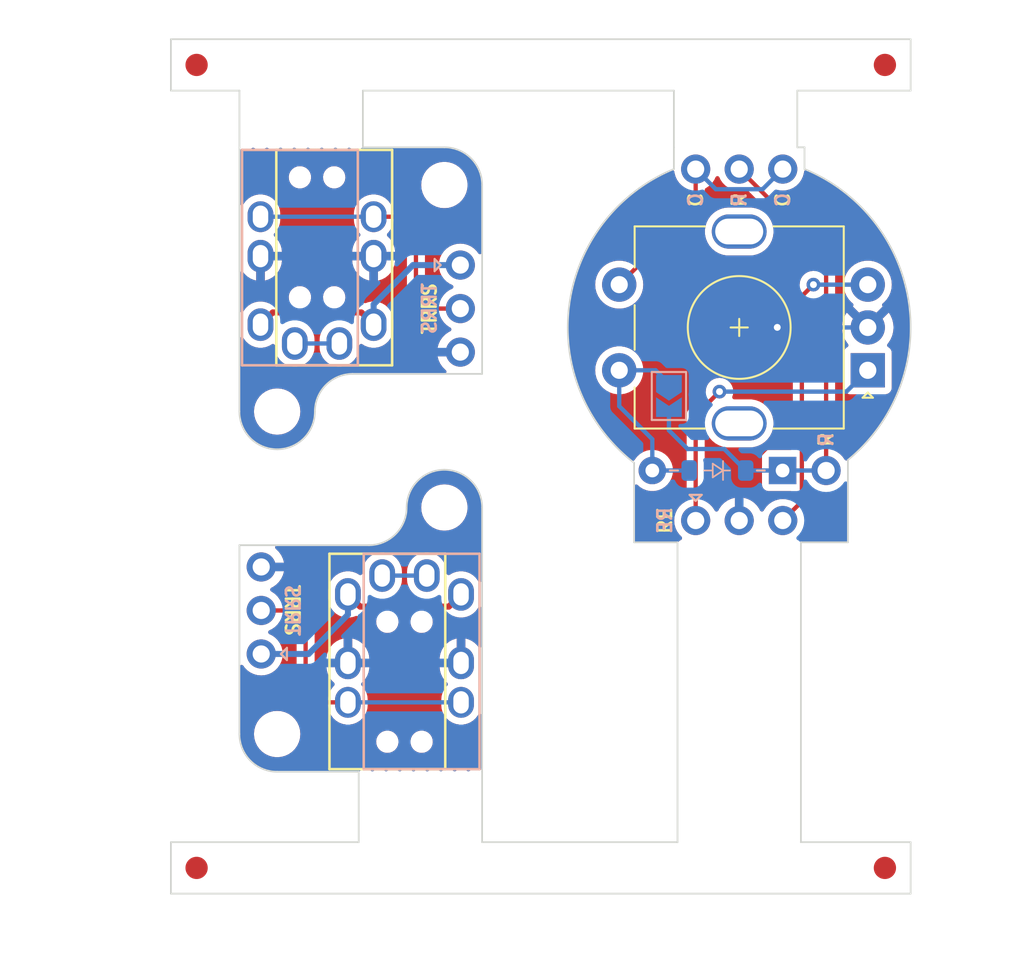
<source format=kicad_pcb>
(kicad_pcb (version 20221018) (generator pcbnew)
  (layers (0 "F.Cu" signal) (31 "B.Cu" signal) (34 "B.Paste" user) (35 "F.Paste" user) (36 "B.SilkS" user "B.Silkscreen") (37 "F.SilkS" user "F.Silkscreen") (38 "B.Mask" user) (39 "F.Mask" user) (44 "Edge.Cuts" user))
  (net 0 "")
  (net 1 "5V1")
  (net 2 "LTRRS")
  (net 3 "GND")
  (net 4 "unconnected-(T1-S{slash}No-Pad4)")
  (net 5 "row_re")
  (net 6 "Net-(RE1-SW)")
  (net 7 "LA11")
  (net 8 "LB11")
  (net 9 "col_re")
  (footprint "DreaM117er-keebLibrary:RotaryEncoder_EC11" (layer "F.Cu") (at 178.956 50.234 180)
    (fp_text reference "RE1")
    (fp_text value "1")
    (fp_line (start -7.8 -4.1) (end -7.2 -4.1) (stroke (width 0.12)) (layer "F.SilkS"))
    (fp_line (start -7.5 -3.8) (end -7.8 -4.1) (stroke (width 0.12)) (layer "F.SilkS"))
    (fp_line (start -7.2 -4.1) (end -7.5 -3.8) (stroke (width 0.12)) (layer "F.SilkS"))
    (fp_line (start -6.1 -5.9) (end -6.1 5.9) (stroke (width 0.12)) (layer "F.SilkS"))
    (fp_line (start -2 -5.9) (end -6.1 -5.9) (stroke (width 0.12)) (layer "F.SilkS"))
    (fp_line (start -2 5.9) (end -6.1 5.9) (stroke (width 0.12)) (layer "F.SilkS"))
    (fp_line (start -0.5 0) (end 0.5 0) (stroke (width 0.12)) (layer "F.SilkS"))
    (fp_line (start 0 -0.5) (end 0 0.5) (stroke (width 0.12)) (layer "F.SilkS"))
    (fp_line (start 2 -5.9) (end 6.1 -5.9) (stroke (width 0.12)) (layer "F.SilkS"))
    (fp_line (start 6.1 -5.9) (end 6.1 -3.5) (stroke (width 0.12)) (layer "F.SilkS"))
    (fp_line (start 6.1 -1.3) (end 6.1 1.3) (stroke (width 0.12)) (layer "F.SilkS"))
    (fp_line (start 6.1 3.5) (end 6.1 5.9) (stroke (width 0.12)) (layer "F.SilkS"))
    (fp_line (start 6.1 5.9) (end 2 5.9) (stroke (width 0.12)) (layer "F.SilkS"))
    (fp_circle (center 0 0) (end 3 0) (stroke (width 0.12)) (fill none) (layer "F.SilkS"))
    (pad "" np_thru_hole oval (at 0 -5.6 180) (size 3.2 2) (drill oval 2.8 1.5) (layers "F&B.Cu" "*.Mask"))
    (pad "" np_thru_hole oval (at 0 5.6 180) (size 3.2 2) (drill oval 2.8 1.5) (layers "F&B.Cu" "*.Mask"))
    (pad "A" thru_hole rect (at -7.5 -2.5 180) (size 2 2) (drill 1) (layers "*.Cu" "*.Mask") (net 7 "LA11"))
    (pad "B" thru_hole circle (at -7.5 2.5 180) (size 2 2) (drill 1) (layers "*.Cu" "*.Mask") (net 8 "LB11"))
    (pad "C" thru_hole circle (at -7.5 0 180) (size 2 2) (drill 1) (layers "*.Cu" "*.Mask") (net 3 "GND"))
    (pad "S1" thru_hole circle (at 7 2.5 180) (size 2 2) (drill 1) (layers "*.Cu" "*.Mask") (net 9 "col_re"))
    (pad "S2" thru_hole circle (at 7 -2.5 180) (size 2 2) (drill 1) (layers "*.Cu" "*.Mask") (net 6 "Net-(RE1-SW)"))
  )
  (footprint "DreaM117er-keebLibrary:TRRS-PJ-320A, dual side x2" (layer "F.Cu") (at 159.428 76.016 180)
    (fp_text reference "T1" hide)
    (fp_text value "AudioJack4" hide)
    (fp_line (start -4.3782 0) (end -4.3782 12.573) (stroke (width 0.15)) (layer "B.SilkS"))
    (fp_line (start -4.3782 12.573) (end 2.3782 12.573) (stroke (width 0.15)) (layer "B.SilkS"))
    (fp_line (start 2.3782 0) (end -4.3782 0) (stroke (width 0.15)) (layer "B.SilkS"))
    (fp_line (start 2.3782 0) (end 2.3782 12.573) (stroke (width 0.15)) (layer "B.SilkS"))
    (fp_line (start -2.3782 0) (end -2.3782 12.573) (stroke (width 0.15)) (layer "F.SilkS"))
    (fp_line (start -2.3782 0) (end 4.3782 0) (stroke (width 0.15)) (layer "F.SilkS"))
    (fp_line (start 4.3782 0) (end 4.3782 12.573) (stroke (width 0.15)) (layer "F.SilkS"))
    (fp_line (start 4.3782 12.573) (end -2.3782 12.573) (stroke (width 0.15)) (layer "F.SilkS"))
    (pad "" np_thru_hole circle (at -1 1.6 180) (size 0.8 0.8) (drill 0.8) (layers "F&B.Cu" "*.Mask"))
    (pad "" np_thru_hole circle (at -1 8.6 180) (size 0.8 0.8) (drill 0.8) (layers "F&B.Cu" "*.Mask"))
    (pad "" np_thru_hole circle (at 1 1.6 180) (size 0.8 0.8) (drill 0.8) (layers "F&B.Cu" "*.Mask"))
    (pad "" np_thru_hole circle (at 1 8.6 180) (size 0.8 0.8) (drill 0.8) (layers "F&B.Cu" "*.Mask"))
    (pad "1" thru_hole oval (at -3.3 10.2 180) (size 1.5 1.9) (drill oval 0.9 1.3) (layers "*.Cu" "*.Mask") (net 1 "5V1"))
    (pad "1" thru_hole oval (at 3.3 10.2 180) (size 1.5 1.9) (drill oval 0.9 1.3) (layers "*.Cu" "*.Mask") (net 1 "5V1"))
    (pad "2" thru_hole oval (at -3.3 3.9 180) (size 1.5 1.8) (drill oval 0.9 1.3) (layers "*.Cu" "*.Mask") (net 2 "LTRRS"))
    (pad "2" thru_hole oval (at 3.3 3.9 180) (size 1.5 1.8) (drill oval 0.9 1.3) (layers "*.Cu" "*.Mask") (net 2 "LTRRS"))
    (pad "3" thru_hole oval (at -3.3 6.2 180) (size 1.5 1.9) (drill oval 0.9 1.3) (layers "*.Cu" "*.Mask") (net 3 "GND"))
    (pad "3" thru_hole oval (at 3.3 6.2 180) (size 1.5 1.9) (drill oval 0.9 1.3) (layers "*.Cu" "*.Mask") (net 3 "GND"))
    (pad "4" thru_hole oval (at -1.3 11.3 180) (size 1.5 1.9) (drill oval 0.9 1.3) (layers "*.Cu" "*.Mask") (net 4 "unconnected-(T1-S{slash}No-Pad4)"))
    (pad "4" thru_hole oval (at 1.3 11.3 180) (size 1.5 1.9) (drill oval 0.9 1.3) (layers "*.Cu" "*.Mask") (net 4 "unconnected-(T1-S{slash}No-Pad4)"))
  )
  (footprint "DreaM117er-keebLibrary:TRRS-PJ-320A, dual side x2" (layer "F.Cu") (at 154.328 39.87)
    (fp_text reference "T1" hide)
    (fp_text value "AudioJack4" hide)
    (fp_line (start -4.3782 0) (end -4.3782 12.573) (stroke (width 0.15)) (layer "B.SilkS"))
    (fp_line (start -4.3782 12.573) (end 2.3782 12.573) (stroke (width 0.15)) (layer "B.SilkS"))
    (fp_line (start 2.3782 0) (end -4.3782 0) (stroke (width 0.15)) (layer "B.SilkS"))
    (fp_line (start 2.3782 0) (end 2.3782 12.573) (stroke (width 0.15)) (layer "B.SilkS"))
    (fp_line (start -2.3782 0) (end -2.3782 12.573) (stroke (width 0.15)) (layer "F.SilkS"))
    (fp_line (start -2.3782 0) (end 4.3782 0) (stroke (width 0.15)) (layer "F.SilkS"))
    (fp_line (start 4.3782 0) (end 4.3782 12.573) (stroke (width 0.15)) (layer "F.SilkS"))
    (fp_line (start 4.3782 12.573) (end -2.3782 12.573) (stroke (width 0.15)) (layer "F.SilkS"))
    (pad "" np_thru_hole circle (at -1 1.6) (size 0.8 0.8) (drill 0.8) (layers "F&B.Cu" "*.Mask"))
    (pad "" np_thru_hole circle (at -1 8.6) (size 0.8 0.8) (drill 0.8) (layers "F&B.Cu" "*.Mask"))
    (pad "" np_thru_hole circle (at 1 1.6) (size 0.8 0.8) (drill 0.8) (layers "F&B.Cu" "*.Mask"))
    (pad "" np_thru_hole circle (at 1 8.6) (size 0.8 0.8) (drill 0.8) (layers "F&B.Cu" "*.Mask"))
    (pad "1" thru_hole oval (at -3.3 10.2) (size 1.5 1.9) (drill oval 0.9 1.3) (layers "*.Cu" "*.Mask") (net 1 "5V1"))
    (pad "1" thru_hole oval (at 3.3 10.2) (size 1.5 1.9) (drill oval 0.9 1.3) (layers "*.Cu" "*.Mask") (net 1 "5V1"))
    (pad "2" thru_hole oval (at -3.3 3.9) (size 1.5 1.8) (drill oval 0.9 1.3) (layers "*.Cu" "*.Mask") (net 2 "LTRRS"))
    (pad "2" thru_hole oval (at 3.3 3.9) (size 1.5 1.8) (drill oval 0.9 1.3) (layers "*.Cu" "*.Mask") (net 2 "LTRRS"))
    (pad "3" thru_hole oval (at -3.3 6.2) (size 1.5 1.9) (drill oval 0.9 1.3) (layers "*.Cu" "*.Mask") (net 3 "GND"))
    (pad "3" thru_hole oval (at 3.3 6.2) (size 1.5 1.9) (drill oval 0.9 1.3) (layers "*.Cu" "*.Mask") (net 3 "GND"))
    (pad "4" thru_hole oval (at -1.3 11.3) (size 1.5 1.9) (drill oval 0.9 1.3) (layers "*.Cu" "*.Mask") (net 4 "unconnected-(T1-S{slash}No-Pad4)"))
    (pad "4" thru_hole oval (at 1.3 11.3) (size 1.5 1.9) (drill oval 0.9 1.3) (layers "*.Cu" "*.Mask") (net 4 "unconnected-(T1-S{slash}No-Pad4)"))
  )
  (footprint "DreaM117er-keebLibrary:PinHeader_1x03_P2.54mm_Vertical" (layer "F.Cu") (at 176.416 40.99 90)
    (fp_text reference "J12" hide)
    (fp_text value "col" hide)
    (fp_text user "C" (at -1.8 0 90 unlocked) (layer "B.SilkS") (effects (font (size 0.8 0.8)) (justify mirror)))
    (fp_text user "R" (at -1.8 2.54 90 unlocked) (layer "B.SilkS") (effects (font (size 0.8 0.8)) (justify mirror)))
    (fp_text user "C" (at -1.8 5.08 90 unlocked) (layer "B.SilkS") (effects (font (size 0.8 0.8)) (justify mirror)))
    (fp_text user "C" (at -1.8 5.08 90 unlocked) (layer "F.SilkS") (effects (font (size 0.8 0.8))))
    (fp_text user "R" (at -1.8 2.54 90 unlocked) (layer "F.SilkS") (effects (font (size 0.8 0.8))))
    (fp_text user "C" (at -1.8 0 90 unlocked) (layer "F.SilkS") (effects (font (size 0.8 0.8))))
    (pad "1" thru_hole circle (at 0 0 90) (size 1.7 1.7) (drill 1) (layers "*.Cu" "*.Mask") (net 9 "col_re"))
    (pad "2" thru_hole oval (at 0 2.54 90) (size 1.7 1.7) (drill 1) (layers "*.Cu" "*.Mask") (net 5 "row_re"))
    (pad "3" thru_hole oval (at 0 5.08 90) (size 1.7 1.7) (drill 1) (layers "*.Cu" "*.Mask") (net 9 "col_re"))
  )
  (footprint "Marby_kbd_footprint-main:Breakaway_Tabs" (layer "F.Cu") (at 178.956 63.274)
    (fp_text reference "H7" hide)
    (fp_text value "edge" hide)
    (pad "" np_thru_hole circle (at -3.2 -0.2 180) (size 0.45 0.45) (drill 0.45) (layers "*.Cu" "*.Mask"))
    (pad "" np_thru_hole circle (at -2.4 -0.2 180) (size 0.45 0.45) (drill 0.45) (layers "*.Cu" "*.Mask"))
    (pad "" np_thru_hole circle (at -1.6 -0.2 180) (size 0.45 0.45) (drill 0.45) (layers "*.Cu" "*.Mask"))
    (pad "" np_thru_hole circle (at -0.8 -0.2 180) (size 0.45 0.45) (drill 0.45) (layers "*.Cu" "*.Mask"))
    (pad "" np_thru_hole circle (at 0 -0.2 180) (size 0.45 0.45) (drill 0.45) (layers "F&B.Cu" "*.Mask"))
    (pad "" np_thru_hole circle (at 0.8 -0.2 180) (size 0.45 0.45) (drill 0.45) (layers "F&B.Cu" "*.Mask"))
    (pad "" np_thru_hole circle (at 1.6 -0.2 180) (size 0.45 0.45) (drill 0.45) (layers "*.Cu" "*.Mask"))
    (pad "" np_thru_hole circle (at 2.4 -0.2 180) (size 0.45 0.45) (drill 0.45) (layers "*.Cu" "*.Mask"))
    (pad "" np_thru_hole circle (at 3.2 -0.2 180) (size 0.45 0.45) (drill 0.45) (layers "*.Cu" "*.Mask"))
  )
  (footprint "MountingHole:MountingHole_2.2mm_M2" (layer "F.Cu") (at 152 55.143)
    (fp_text reference "H1" hide)
    (fp_text value "M2")
    (pad "" np_thru_hole circle (at 0 0) (size 2.2 2.2) (drill 2.2) (layers "*.Cu" "*.Mask"))
  )
  (footprint "Marby_kbd_footprint-main:tooling_hole" (layer "F.Cu") (at 147.3 34.91)
    (fp_text reference "H10" hide)
    (fp_text value "tooling hole")
    (pad "" smd circle (at 0 0) (size 1.3 1.3) (layers "F.Cu" "F.Mask") (clearance 0.1))
  )
  (footprint "DreaM117er-keebLibrary:PinHeader_1x03_P2.54mm_Vertical" (layer "F.Cu") (at 151.07 69.293 180)
    (fp_text reference "J1" hide)
    (fp_text value "LTRRS" hide)
    (fp_text user "TRRS" (at -1.8 2.54 270 unlocked) (layer "B.SilkS") (effects (font (size 0.8 0.8)) (justify mirror)))
    (fp_text user "TRRS" (at -1.8 2.54 270 unlocked) (layer "F.SilkS") (effects (font (size 0.8 0.8))))
    (fp_line (start -1.5 -0.35) (end -1.15 0) (stroke (width 0.12)) (layer "B.SilkS"))
    (fp_line (start -1.5 0.35) (end -1.5 -0.35) (stroke (width 0.12)) (layer "B.SilkS"))
    (fp_line (start -1.5 0.35) (end -1.15 0) (stroke (width 0.12)) (layer "B.SilkS"))
    (fp_line (start -1.5 -0.35) (end -1.5 0.35) (stroke (width 0.12)) (layer "F.SilkS"))
    (fp_line (start -1.5 -0.35) (end -1.15 0) (stroke (width 0.12)) (layer "F.SilkS"))
    (fp_line (start -1.5 0.35) (end -1.15 0) (stroke (width 0.12)) (layer "F.SilkS"))
    (pad "1" thru_hole circle (at 0 0 180) (size 1.7 1.7) (drill 1) (layers "*.Cu" "*.Mask") (net 1 "5V1"))
    (pad "2" thru_hole oval (at 0 2.54 180) (size 1.7 1.7) (drill 1) (layers "*.Cu" "*.Mask") (net 2 "LTRRS"))
    (pad "3" thru_hole oval (at 0 5.08 180) (size 1.7 1.7) (drill 1) (layers "*.Cu" "*.Mask") (net 3 "GND"))
  )
  (footprint "Marby_kbd_footprint-main:Breakaway_Tabs" (layer "F.Cu") (at 153.4 39.62)
    (fp_text reference "H8" hide)
    (fp_text value "edge" hide)
    (pad "" np_thru_hole circle (at -3.2 -0.2 180) (size 0.45 0.45) (drill 0.45) (layers "*.Cu" "*.Mask"))
    (pad "" np_thru_hole circle (at -2.4 -0.2 180) (size 0.45 0.45) (drill 0.45) (layers "*.Cu" "*.Mask"))
    (pad "" np_thru_hole circle (at -1.6 -0.2 180) (size 0.45 0.45) (drill 0.45) (layers "*.Cu" "*.Mask"))
    (pad "" np_thru_hole circle (at -0.8 -0.2 180) (size 0.45 0.45) (drill 0.45) (layers "*.Cu" "*.Mask"))
    (pad "" np_thru_hole circle (at 0 -0.2 180) (size 0.45 0.45) (drill 0.45) (layers "F&B.Cu" "*.Mask"))
    (pad "" np_thru_hole circle (at 0.8 -0.2 180) (size 0.45 0.45) (drill 0.45) (layers "F&B.Cu" "*.Mask"))
    (pad "" np_thru_hole circle (at 1.6 -0.2 180) (size 0.45 0.45) (drill 0.45) (layers "*.Cu" "*.Mask"))
    (pad "" np_thru_hole circle (at 2.4 -0.2 180) (size 0.45 0.45) (drill 0.45) (layers "*.Cu" "*.Mask"))
    (pad "" np_thru_hole circle (at 3.2 -0.2 180) (size 0.45 0.45) (drill 0.45) (layers "*.Cu" "*.Mask"))
  )
  (footprint "Marby_kbd_footprint-main:tooling_hole" (layer "F.Cu") (at 187.4564 81.78)
    (fp_text reference "H13" hide)
    (fp_text value "tooling hole")
    (pad "" smd circle (at 0 0) (size 1.3 1.3) (layers "F.Cu" "F.Mask") (clearance 0.1))
  )
  (footprint "DreaM117er-keebLibrary:PinHeader_1x01_P2.54mm_Vertical" (layer "F.Cu") (at 184.026 58.584 90)
    (fp_text reference "J10" hide)
    (fp_text value "row" hide)
    (fp_text user "R" (at 1.8 0 90 unlocked) (layer "B.SilkS") (effects (font (size 0.8 0.8)) (justify mirror)))
    (fp_text user "R" (at 1.8 0 90 unlocked) (layer "F.SilkS") (effects (font (size 0.8 0.8))))
    (pad "1" thru_hole circle (at 0 0 90) (size 1.7 1.7) (drill 1) (layers "*.Cu" "*.Mask") (net 5 "row_re"))
  )
  (footprint "MountingHole:MountingHole_2.2mm_M2" (layer "F.Cu") (at 152 73.966 180)
    (fp_text reference "H2" hide)
    (fp_text value "M2")
    (pad "" np_thru_hole circle (at 0 0 180) (size 2.2 2.2) (drill 2.2) (layers "F&B.Cu" "*.Mask"))
  )
  (footprint "Marby_kbd_footprint-main:tooling_hole" (layer "F.Cu") (at 187.4564 34.91)
    (fp_text reference "H15" hide)
    (fp_text value "tooling hole")
    (pad "" smd circle (at 0 0) (size 1.3 1.3) (layers "F.Cu" "F.Mask") (clearance 0.1))
  )
  (footprint "DreaM117er-keebLibrary:PinHeader_1x03_P2.54mm_Vertical" (layer "F.Cu") (at 162.686 46.593)
    (fp_text reference "J1" hide)
    (fp_text value "LTRRS" hide)
    (fp_text user "TRRS" (at -1.8 2.54 90 unlocked) (layer "B.SilkS") (effects (font (size 0.8 0.8)) (justify mirror)))
    (fp_text user "TRRS" (at -1.8 2.54 90 unlocked) (layer "F.SilkS") (effects (font (size 0.8 0.8))))
    (fp_line (start -1.5 -0.35) (end -1.15 0) (stroke (width 0.12)) (layer "B.SilkS"))
    (fp_line (start -1.5 0.35) (end -1.5 -0.35) (stroke (width 0.12)) (layer "B.SilkS"))
    (fp_line (start -1.5 0.35) (end -1.15 0) (stroke (width 0.12)) (layer "B.SilkS"))
    (fp_line (start -1.5 -0.35) (end -1.5 0.35) (stroke (width 0.12)) (layer "F.SilkS"))
    (fp_line (start -1.5 -0.35) (end -1.15 0) (stroke (width 0.12)) (layer "F.SilkS"))
    (fp_line (start -1.5 0.35) (end -1.15 0) (stroke (width 0.12)) (layer "F.SilkS"))
    (pad "1" thru_hole circle (at 0 0) (size 1.7 1.7) (drill 1) (layers "*.Cu" "*.Mask") (net 1 "5V1"))
    (pad "2" thru_hole oval (at 0 2.54) (size 1.7 1.7) (drill 1) (layers "*.Cu" "*.Mask") (net 2 "LTRRS"))
    (pad "3" thru_hole oval (at 0 5.08) (size 1.7 1.7) (drill 1) (layers "*.Cu" "*.Mask") (net 3 "GND"))
  )
  (footprint "MountingHole:MountingHole_2.2mm_M2" (layer "F.Cu") (at 161.756 41.92)
    (fp_text reference "H2" hide)
    (fp_text value "M2")
    (pad "" np_thru_hole circle (at 0 0) (size 2.2 2.2) (drill 2.2) (layers "*.Cu" "*.Mask"))
  )
  (footprint "Marby_kbd_footprint-main:Breakaway_Tabs" (layer "F.Cu") (at 178.746 39.62)
    (fp_text reference "H9" hide)
    (fp_text value "edge" hide)
    (pad "" np_thru_hole circle (at -3.2 -0.2 180) (size 0.45 0.45) (drill 0.45) (layers "*.Cu" "*.Mask"))
    (pad "" np_thru_hole circle (at -2.4 -0.2 180) (size 0.45 0.45) (drill 0.45) (layers "*.Cu" "*.Mask"))
    (pad "" np_thru_hole circle (at -1.6 -0.2 180) (size 0.45 0.45) (drill 0.45) (layers "*.Cu" "*.Mask"))
    (pad "" np_thru_hole circle (at -0.8 -0.2 180) (size 0.45 0.45) (drill 0.45) (layers "*.Cu" "*.Mask"))
    (pad "" np_thru_hole circle (at 0 -0.2 180) (size 0.45 0.45) (drill 0.45) (layers "F&B.Cu" "*.Mask"))
    (pad "" np_thru_hole circle (at 0.8 -0.2 180) (size 0.45 0.45) (drill 0.45) (layers "F&B.Cu" "*.Mask"))
    (pad "" np_thru_hole circle (at 1.6 -0.2 180) (size 0.45 0.45) (drill 0.45) (layers "*.Cu" "*.Mask"))
    (pad "" np_thru_hole circle (at 2.4 -0.2 180) (size 0.45 0.45) (drill 0.45) (layers "*.Cu" "*.Mask"))
    (pad "" np_thru_hole circle (at 3.2 -0.2 180) (size 0.45 0.45) (drill 0.45) (layers "*.Cu" "*.Mask"))
  )
  (footprint "MountingHole:MountingHole_2.2mm_M2" (layer "F.Cu") (at 161.756 60.743 180)
    (fp_text reference "H1" hide)
    (fp_text value "M2")
    (pad "" np_thru_hole circle (at 0 0 180) (size 2.2 2.2) (drill 2.2) (layers "F&B.Cu" "*.Mask"))
  )
  (footprint "Marby_kbd_footprint-main:Breakaway_Tabs" (layer "F.Cu") (at 160.356 76.266 180)
    (fp_text reference "H3" hide)
    (fp_text value "edge" hide)
    (pad "" np_thru_hole circle (at -3.2 -0.2) (size 0.45 0.45) (drill 0.45) (layers "*.Cu" "*.Mask"))
    (pad "" np_thru_hole circle (at -2.4 -0.2) (size 0.45 0.45) (drill 0.45) (layers "*.Cu" "*.Mask"))
    (pad "" np_thru_hole circle (at -1.6 -0.2) (size 0.45 0.45) (drill 0.45) (layers "*.Cu" "*.Mask"))
    (pad "" np_thru_hole circle (at -0.8 -0.2) (size 0.45 0.45) (drill 0.45) (layers "*.Cu" "*.Mask"))
    (pad "" np_thru_hole circle (at 0 -0.2) (size 0.45 0.45) (drill 0.45) (layers "F&B.Cu" "*.Mask"))
    (pad "" np_thru_hole circle (at 0.8 -0.2) (size 0.45 0.45) (drill 0.45) (layers "F&B.Cu" "*.Mask"))
    (pad "" np_thru_hole circle (at 1.6 -0.2) (size 0.45 0.45) (drill 0.45) (layers "*.Cu" "*.Mask"))
    (pad "" np_thru_hole circle (at 2.4 -0.2) (size 0.45 0.45) (drill 0.45) (layers "*.Cu" "*.Mask"))
    (pad "" np_thru_hole circle (at 3.2 -0.2) (size 0.45 0.45) (drill 0.45) (layers "*.Cu" "*.Mask"))
  )
  (footprint "Marby_kbd_footprint-main:tooling_hole" (layer "F.Cu") (at 147.3 81.78)
    (fp_text reference "H14" hide)
    (fp_text value "tooling hole")
    (pad "" smd circle (at 0 0) (size 1.3 1.3) (layers "F.Cu" "F.Mask") (clearance 0.1))
  )
  (footprint "DreaM117er-keebLibrary:D_DO-35_SOD27_P7.62mm_Horizontal" (layer "B.Cu") (at 177.686 58.584 180)
    (fp_text reference "D1" hide)
    (fp_text value "1N4148_TS" hide)
    (fp_line (start -2.76 0) (end -2.3 0) (stroke (width 0.12)) (layer "B.SilkS"))
    (fp_line (start -0.7256 0) (end -0.3256 0) (stroke (width 0.1)) (layer "B.SilkS"))
    (fp_line (start -0.3256 0) (end -0.3256 -0.55) (stroke (width 0.1)) (layer "B.SilkS"))
    (fp_line (start -0.3256 0) (end -0.3256 0.55) (stroke (width 0.1)) (layer "B.SilkS"))
    (fp_line (start -0.3256 0) (end 0.2744 0.4) (stroke (width 0.1)) (layer "B.SilkS"))
    (fp_line (start 0.2744 -0.4) (end -0.3256 0) (stroke (width 0.1)) (layer "B.SilkS"))
    (fp_line (start 0.2744 0) (end 0.7744 0) (stroke (width 0.1)) (layer "B.SilkS"))
    (fp_line (start 0.2744 0.4) (end 0.2744 -0.4) (stroke (width 0.1)) (layer "B.SilkS"))
    (fp_line (start 2.78 0) (end 2.3 0) (stroke (width 0.12)) (layer "B.SilkS"))
    (pad "1" thru_hole rect (at -3.8 0 180) (size 1.6 1.6) (drill 0.8) (layers "*.Cu" "*.Mask") (net 5 "row_re"))
    (pad "1" smd roundrect (at -1.65 0 180) (size 0.9 1.2) (layers "B.Cu" "B.Paste" "B.Mask") (net 5 "row_re"))
    (pad "2" smd roundrect (at 1.65 0 180) (size 0.9 1.2) (layers "B.Cu" "B.Paste" "B.Mask") (net 6 "Net-(RE1-SW)"))
    (pad "2" thru_hole oval (at 3.8 0 180) (size 1.6 1.6) (drill 0.8) (layers "*.Cu" "*.Mask") (net 6 "Net-(RE1-SW)"))
  )
  (footprint "DreaM117er-keebLibrary:PinHeader_1x03_P2.54mm_Vertical" (layer "B.Cu") (at 176.416 61.504 -90)
    (fp_text reference "J11" hide)
    (fp_text value "EC-11" hide)
    (fp_text user "RE" (at 0 1.8 90 unlocked) (layer "B.SilkS") (effects (font (size 0.8 0.8)) (justify mirror)))
    (fp_text user "RE" (at 0 1.8 90 unlocked) (layer "F.SilkS") (effects (font (size 0.8 0.8))))
    (fp_line (start -1.5 -0.35) (end -1.15 0) (stroke (width 0.12)) (layer "B.SilkS"))
    (fp_line (start -1.5 0.35) (end -1.5 -0.35) (stroke (width 0.12)) (layer "B.SilkS"))
    (fp_line (start -1.5 0.35) (end -1.15 0) (stroke (width 0.12)) (layer "B.SilkS"))
    (fp_line (start -1.5 -0.35) (end -1.5 0.35) (stroke (width 0.12)) (layer "F.SilkS"))
    (fp_line (start -1.5 -0.35) (end -1.15 0) (stroke (width 0.12)) (layer "F.SilkS"))
    (fp_line (start -1.5 0.35) (end -1.15 0) (stroke (width 0.12)) (layer "F.SilkS"))
    (pad "1" thru_hole circle (at 0 0 270) (size 1.7 1.7) (drill 1) (layers "*.Cu" "*.Mask") (net 7 "LA11"))
    (pad "2" thru_hole oval (at 0 -2.54 270) (size 1.7 1.7) (drill 1) (layers "*.Cu" "*.Mask") (net 3 "GND"))
    (pad "3" thru_hole oval (at 0 -5.08 270) (size 1.7 1.7) (drill 1) (layers "*.Cu" "*.Mask") (net 8 "LB11"))
  )
  (footprint "Jumper:SolderJumper-2_P1.3mm_Open_TrianglePad1.0x1.5mm" (layer "B.Cu") (at 174.856 54.234 -90)
    (fp_text reference "JP1" hide)
    (fp_text value "JUMPER")
    (fp_line (start -1.4 -1) (end -1.4 1) (stroke (width 0.12)) (layer "B.SilkS"))
    (fp_line (start -1.4 1) (end 1.4 1) (stroke (width 0.12)) (layer "B.SilkS"))
    (fp_line (start 1.4 -1) (end -1.4 -1) (stroke (width 0.12)) (layer "B.SilkS"))
    (fp_line (start 1.4 1) (end 1.4 -1) (stroke (width 0.12)) (layer "B.SilkS"))
    (pad "1" smd custom (at -0.725 0 270) (size 0.3 0.3) (layers "B.Cu" "B.Mask") (net 6 "Net-(RE1-SW)") (options (clearance outline) (anchor rect)) (primitives (gr_poly (pts (xy 1 0) (xy 0.5 -0.75) (xy -0.5 -0.75) (xy -0.5 0.75) (xy 0.5 0.75)) (width 0) (fill yes))))
    (pad "2" smd custom (at 0.725 0 270) (size 0.3 0.3) (layers "B.Cu" "B.Mask") (net 5 "row_re") (options (clearance outline) (anchor rect)) (primitives (gr_poly (pts (xy 0.5 -0.75) (xy -0.65 -0.75) (xy -0.15 0) (xy -0.65 0.75) (xy 0.5 0.75)) (width 0) (fill yes))))
  )
  (gr_arc (start 154.2 55.143) (mid 153.555635 56.698635) (end 152 57.343) (stroke (width 0.1)) (layer "Edge.Cuts"))
  (gr_arc (start 159.556 60.743) (mid 158.911635 62.298635) (end 157.356 62.943) (stroke (width 0.1)) (layer "Edge.Cuts"))
  (gr_line (start 145.8 33.41) (end 145.8 36.41) (stroke (width 0.1)) (layer "Edge.Cuts"))
  (gr_line (start 145.8 36.41) (end 149.8 36.41) (stroke (width 0.1)) (layer "Edge.Cuts"))
  (gr_line (start 157.356 62.943) (end 149.8 62.943) (stroke (width 0.1)) (layer "Edge.Cuts"))
  (gr_line (start 182.346 36.41) (end 182.346 39.72) (stroke (width 0.1)) (layer "Edge.Cuts"))
  (gr_line (start 175.356 80.28) (end 163.956 80.28) (stroke (width 0.1)) (layer "Edge.Cuts"))
  (gr_line (start 157 36.41) (end 175.146 36.41) (stroke (width 0.1)) (layer "Edge.Cuts"))
  (gr_line (start 149.8 73.966) (end 149.8 62.943) (stroke (width 0.1)) (layer "Edge.Cuts"))
  (gr_line (start 163.956 41.92) (end 163.956 52.943) (stroke (width 0.1)) (layer "Edge.Cuts"))
  (gr_arc (start 172.825224 58.134227) (mid 169.046089 48.894723) (end 175.14221 40.989812) (stroke (width 0.1)) (layer "Edge.Cuts"))
  (gr_line (start 175.356 62.774) (end 175.356 80.28) (stroke (width 0.1)) (layer "Edge.Cuts"))
  (gr_line (start 182.766 39.72) (end 182.766 40.99) (stroke (width 0.1)) (layer "Edge.Cuts"))
  (gr_line (start 175.356 62.774) (end 172.825224 62.774) (stroke (width 0.1)) (layer "Edge.Cuts"))
  (gr_line (start 163.956 80.28) (end 163.956 76.166) (stroke (width 0.1)) (layer "Edge.Cuts"))
  (gr_line (start 182.556 80.28) (end 188.9564 80.28) (stroke (width 0.1)) (layer "Edge.Cuts"))
  (gr_line (start 157 39.72) (end 161.756 39.72) (stroke (width 0.1)) (layer "Edge.Cuts"))
  (gr_line (start 156.756 76.166) (end 152 76.166) (stroke (width 0.1)) (layer "Edge.Cuts"))
  (gr_arc (start 159.556 60.743) (mid 160.200365 59.187365) (end 161.756 58.543) (stroke (width 0.1)) (layer "Edge.Cuts"))
  (gr_arc (start 161.756 58.543) (mid 163.311635 59.187365) (end 163.956 60.743) (stroke (width 0.1)) (layer "Edge.Cuts"))
  (gr_line (start 163.956 76.166) (end 163.956 60.743) (stroke (width 0.1)) (layer "Edge.Cuts"))
  (gr_line (start 145.8 80.28) (end 156.756 80.28) (stroke (width 0.1)) (layer "Edge.Cuts"))
  (gr_arc (start 152 57.343) (mid 150.444365 56.698635) (end 149.8 55.143) (stroke (width 0.1)) (layer "Edge.Cuts"))
  (gr_line (start 149.8 39.72) (end 149.8 55.143) (stroke (width 0.1)) (layer "Edge.Cuts"))
  (gr_line (start 175.146 40.99) (end 175.146 39.72) (stroke (width 0.1)) (layer "Edge.Cuts"))
  (gr_line (start 182.556 62.774) (end 185.297936 62.774) (stroke (width 0.1)) (layer "Edge.Cuts"))
  (gr_line (start 157 36.41) (end 157 39.72) (stroke (width 0.1)) (layer "Edge.Cuts"))
  (gr_line (start 185.297936 57.965743) (end 185.297936 62.774) (stroke (width 0.1)) (layer "Edge.Cuts"))
  (gr_arc (start 182.76979 40.989812) (mid 188.846918 48.760992) (end 185.297936 57.965743) (stroke (width 0.1)) (layer "Edge.Cuts"))
  (gr_line (start 172.825224 58.134227) (end 172.825224 62.774) (stroke (width 0.1)) (layer "Edge.Cuts"))
  (gr_line (start 145.8 80.28) (end 145.8 83.28) (stroke (width 0.1)) (layer "Edge.Cuts"))
  (gr_arc (start 152 76.166) (mid 150.444364 75.521636) (end 149.8 73.966) (stroke (width 0.1)) (layer "Edge.Cuts"))
  (gr_line (start 188.9564 33.41) (end 188.9564 36.41) (stroke (width 0.1)) (layer "Edge.Cuts"))
  (gr_line (start 156.756 80.28) (end 156.756 76.166) (stroke (width 0.1)) (layer "Edge.Cuts"))
  (gr_arc (start 161.756 39.72) (mid 163.311635 40.364365) (end 163.956 41.92) (stroke (width 0.1)) (layer "Edge.Cuts"))
  (gr_line (start 182.556 62.774) (end 182.556 80.28) (stroke (width 0.1)) (layer "Edge.Cuts"))
  (gr_line (start 145.8 83.28) (end 188.9564 83.28) (stroke (width 0.1)) (layer "Edge.Cuts"))
  (gr_line (start 182.346 39.72) (end 182.766 39.72) (stroke (width 0.1)) (layer "Edge.Cuts"))
  (gr_line (start 149.8 36.41) (end 149.8 39.72) (stroke (width 0.1)) (layer "Edge.Cuts"))
  (gr_line (start 145.8 33.41) (end 188.9564 33.41) (stroke (width 0.1)) (layer "Edge.Cuts"))
  (gr_line (start 175.146 36.41) (end 175.146 39.72) (stroke (width 0.1)) (layer "Edge.Cuts"))
  (gr_arc (start 154.2 55.143) (mid 154.844365 53.587365) (end 156.4 52.943) (stroke (width 0.1)) (layer "Edge.Cuts"))
  (gr_line (start 182.346 36.41) (end 188.9564 36.41) (stroke (width 0.1)) (layer "Edge.Cuts"))
  (gr_line (start 156.4 52.943) (end 163.956 52.943) (stroke (width 0.1)) (layer "Edge.Cuts"))
  (gr_line (start 188.9564 83.28) (end 188.9564 80.28) (stroke (width 0.1)) (layer "Edge.Cuts"))
  (segment (start 156.128 65.816) (end 156.838 66.526) (width 0.35) (layer "F.Cu") (net 1))
  (segment (start 162.018 66.526) (end 162.728 65.816) (width 0.35) (layer "F.Cu") (net 1))
  (segment (start 157.628 50.07) (end 156.918 49.36) (width 0.35) (layer "F.Cu") (net 1))
  (segment (start 156.918 49.36) (end 151.738 49.36) (width 0.35) (layer "F.Cu") (net 1))
  (segment (start 156.838 66.526) (end 162.018 66.526) (width 0.35) (layer "F.Cu") (net 1))
  (segment (start 151.738 49.36) (end 151.028 50.07) (width 0.35) (layer "F.Cu") (net 1))
  (segment (start 162.686 46.593) (end 159.923 46.593) (width 0.35) (layer "B.Cu") (net 1))
  (segment (start 159.923 46.593) (end 157.628 48.888) (width 0.35) (layer "B.Cu") (net 1))
  (segment (start 157.628 48.888) (end 157.628 50.07) (width 0.35) (layer "B.Cu") (net 1))
  (segment (start 151.07 69.293) (end 153.833 69.293) (width 0.35) (layer "B.Cu") (net 1))
  (segment (start 153.833 69.293) (end 156.128 66.998) (width 0.35) (layer "B.Cu") (net 1))
  (segment (start 156.128 66.998) (end 156.128 65.816) (width 0.35) (layer "B.Cu") (net 1))
  (segment (start 151.07 66.753) (end 152.477 66.753) (width 0.25) (layer "F.Cu") (net 2))
  (segment (start 162.686 49.133) (end 161.279 49.133) (width 0.25) (layer "F.Cu") (net 2))
  (segment (start 153.66 67.936) (end 153.66 70.846) (width 0.25) (layer "F.Cu") (net 2))
  (segment (start 153.66 70.846) (end 154.93 72.116) (width 0.25) (layer "F.Cu") (net 2))
  (segment (start 160.096 47.95) (end 160.096 45.04) (width 0.25) (layer "F.Cu") (net 2))
  (segment (start 152.477 66.753) (end 153.66 67.936) (width 0.25) (layer "F.Cu") (net 2))
  (segment (start 161.279 49.133) (end 160.096 47.95) (width 0.25) (layer "F.Cu") (net 2))
  (segment (start 160.096 45.04) (end 158.826 43.77) (width 0.25) (layer "F.Cu") (net 2))
  (segment (start 158.826 43.77) (end 157.628 43.77) (width 0.25) (layer "F.Cu") (net 2))
  (segment (start 154.93 72.116) (end 156.128 72.116) (width 0.25) (layer "F.Cu") (net 2))
  (segment (start 157.628 43.77) (end 151.028 43.77) (width 0.25) (layer "B.Cu") (net 2))
  (segment (start 156.128 72.116) (end 162.728 72.116) (width 0.25) (layer "B.Cu") (net 2))
  (segment (start 156.128 69.816) (end 156.128 67.888) (width 0.25) (layer "F.Cu") (net 3))
  (segment (start 161.303 51.673) (end 162.686 51.673) (width 0.25) (layer "F.Cu") (net 3))
  (segment (start 181.176 56.644) (end 181.176 50.229) (width 0.25) (layer "F.Cu") (net 3))
  (segment (start 157.628 47.998) (end 161.303 51.673) (width 0.25) (layer "F.Cu") (net 3))
  (segment (start 157.628 46.07) (end 157.628 47.998) (width 0.25) (layer "F.Cu") (net 3))
  (segment (start 156.128 67.888) (end 152.453 64.213) (width 0.25) (layer "F.Cu") (net 3))
  (segment (start 152.453 64.213) (end 151.07 64.213) (width 0.25) (layer "F.Cu") (net 3))
  (segment (start 178.956 58.864) (end 181.176 56.644) (width 0.25) (layer "F.Cu") (net 3))
  (segment (start 178.956 61.504) (end 178.956 58.864) (width 0.25) (layer "F.Cu") (net 3))
  (via (at 181.176 50.229) (size 0.8) (drill 0.4) (layers "F.Cu" "B.Cu") (net 3))
  (segment (start 181.176 50.229) (end 181.181 50.234) (width 0.25) (layer "B.Cu") (net 3))
  (segment (start 151.028 46.07) (end 157.628 46.07) (width 0.25) (layer "B.Cu") (net 3))
  (segment (start 181.181 50.234) (end 186.456 50.234) (width 0.25) (layer "B.Cu") (net 3))
  (segment (start 162.728 69.816) (end 156.128 69.816) (width 0.25) (layer "B.Cu") (net 3))
  (segment (start 160.728 64.716) (end 158.128 64.716) (width 0.25) (layer "B.Cu") (net 4))
  (segment (start 153.028 51.17) (end 155.628 51.17) (width 0.25) (layer "B.Cu") (net 4))
  (segment (start 184.026 44.219) (end 182.946 43.139) (width 0.25) (layer "F.Cu") (net 5))
  (segment (start 181.105 43.139) (end 178.956 40.99) (width 0.25) (layer "F.Cu") (net 5))
  (segment (start 184.026 58.584) (end 184.026 44.219) (width 0.25) (layer "F.Cu") (net 5))
  (segment (start 182.946 43.139) (end 181.105 43.139) (width 0.25) (layer "F.Cu") (net 5))
  (segment (start 181.486 58.584) (end 184.026 58.584) (width 0.25) (layer "B.Cu") (net 5))
  (segment (start 175.946 57.329) (end 178.081 57.329) (width 0.25) (layer "B.Cu") (net 5))
  (segment (start 178.081 57.329) (end 179.336 58.584) (width 0.25) (layer "B.Cu") (net 5))
  (segment (start 174.856 56.239) (end 175.946 57.329) (width 0.25) (layer "B.Cu") (net 5))
  (segment (start 174.856 54.959) (end 174.856 56.239) (width 0.25) (layer "B.Cu") (net 5))
  (segment (start 179.336 58.584) (end 181.486 58.584) (width 0.25) (layer "B.Cu") (net 5))
  (segment (start 171.956 52.734) (end 174.081 52.734) (width 0.25) (layer "B.Cu") (net 6))
  (segment (start 174.081 52.734) (end 174.856 53.509) (width 0.25) (layer "B.Cu") (net 6))
  (segment (start 171.956 52.734) (end 171.956 54.829) (width 0.25) (layer "B.Cu") (net 6))
  (segment (start 173.886 56.759) (end 173.886 58.584) (width 0.25) (layer "B.Cu") (net 6))
  (segment (start 173.886 58.584) (end 176.036 58.584) (width 0.25) (layer "B.Cu") (net 6))
  (segment (start 171.956 54.829) (end 173.886 56.759) (width 0.25) (layer "B.Cu") (net 6))
  (segment (start 177.806 53.979) (end 176.416 55.369) (width 0.25) (layer "F.Cu") (net 7))
  (segment (start 176.416 55.369) (end 176.416 61.504) (width 0.25) (layer "F.Cu") (net 7))
  (via (at 177.806 53.979) (size 0.8) (drill 0.4) (layers "F.Cu" "B.Cu") (net 7))
  (segment (start 185.211 53.979) (end 186.456 52.734) (width 0.25) (layer "B.Cu") (net 7))
  (segment (start 177.806 53.979) (end 185.211 53.979) (width 0.25) (layer "B.Cu") (net 7))
  (segment (start 182.611 60.389) (end 181.496 61.504) (width 0.25) (layer "F.Cu") (net 8))
  (segment (start 182.611 48.409) (end 182.611 60.389) (width 0.25) (layer "F.Cu") (net 8))
  (segment (start 183.286 47.734) (end 182.611 48.409) (width 0.25) (layer "F.Cu") (net 8))
  (via (at 183.286 47.734) (size 0.8) (drill 0.4) (layers "F.Cu" "B.Cu") (net 8))
  (segment (start 183.286 47.734) (end 186.456 47.734) (width 0.25) (layer "B.Cu") (net 8))
  (segment (start 176.416 40.99) (end 176.416 43.274) (width 0.25) (layer "F.Cu") (net 9))
  (segment (start 176.416 43.274) (end 171.956 47.734) (width 0.25) (layer "F.Cu") (net 9))
  (segment (start 177.591 42.165) (end 180.321 42.165) (width 0.25) (layer "B.Cu") (net 9))
  (segment (start 180.321 42.165) (end 181.496 40.99) (width 0.25) (layer "B.Cu") (net 9))
  (segment (start 176.416 40.99) (end 177.591 42.165) (width 0.25) (layer "B.Cu") (net 9))
  (zone (net 3) (net_name "GND") (layers "F&B.Cu") (connect_pads (clearance 0.4)) (min_thickness 0.25) (fill yes (thermal_gap 0.5) (thermal_bridge_width 0.5))
    (polygon (pts (xy 135.83 31.22) (xy 195.58 31.12) (xy 195.58 87.84) (xy 135.83 88.34)))
  )
)
</source>
